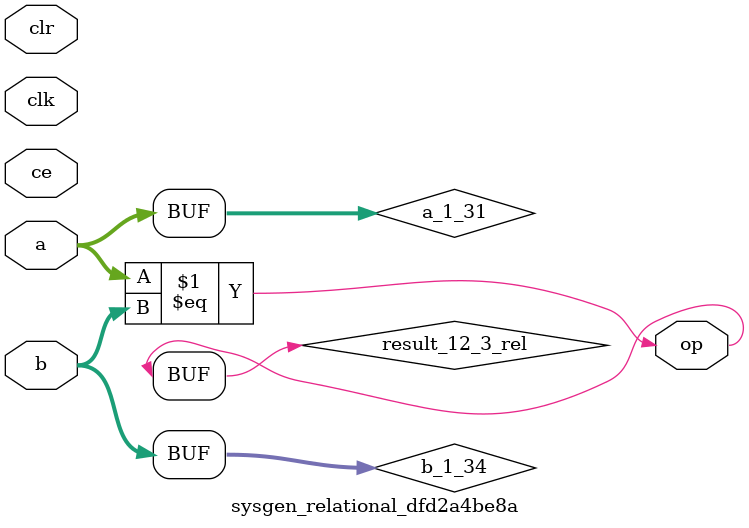
<source format=v>
module sysgen_relational_dfd2a4be8a (
  input [(2 - 1):0] a,
  input [(2 - 1):0] b,
  output [(1 - 1):0] op,
  input clk,
  input ce,
  input clr);
  wire [(2 - 1):0] a_1_31;
  wire [(2 - 1):0] b_1_34;
  localparam [(1 - 1):0] const_value = 1'b1;
  wire result_12_3_rel;
  assign a_1_31 = a;
  assign b_1_34 = b;
  assign result_12_3_rel = a_1_31 == b_1_34;
  assign op = result_12_3_rel;
endmodule
</source>
